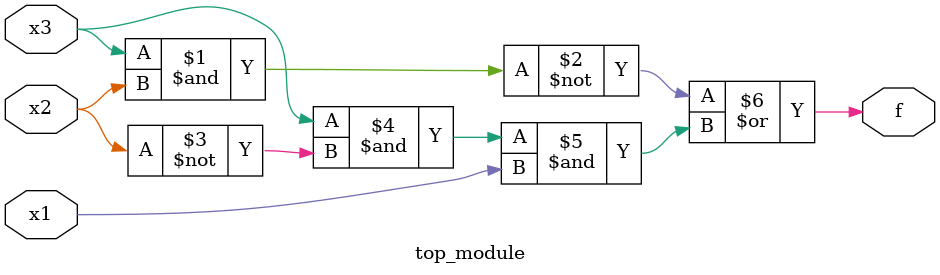
<source format=sv>
module top_module (
	input x3,
	input x2,
	input x1,
	output f
);

	assign f = ~(x3 & x2) | (x3 & ~x2 & x1);

endmodule

</source>
